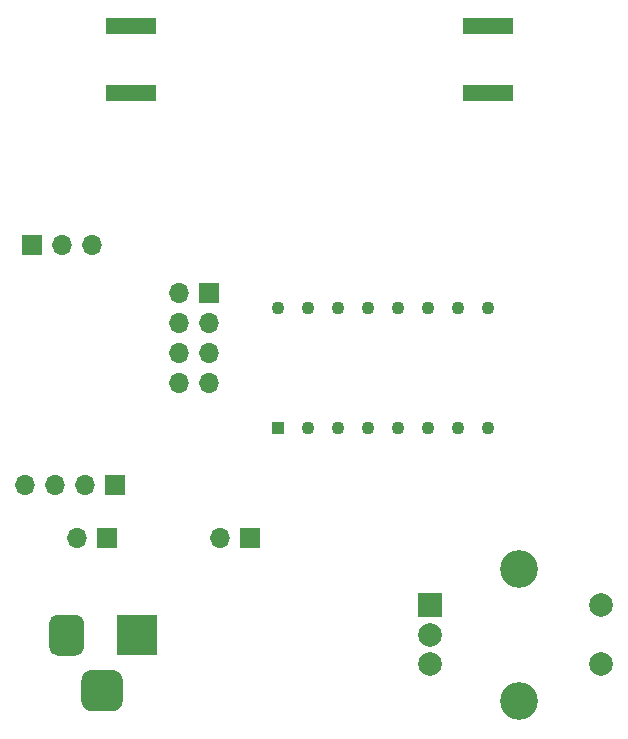
<source format=gbs>
G04 #@! TF.GenerationSoftware,KiCad,Pcbnew,(5.1.10)-1*
G04 #@! TF.CreationDate,2021-09-22T21:53:00-04:00*
G04 #@! TF.ProjectId,rf-vga,72662d76-6761-42e6-9b69-6361645f7063,rev?*
G04 #@! TF.SameCoordinates,Original*
G04 #@! TF.FileFunction,Soldermask,Bot*
G04 #@! TF.FilePolarity,Negative*
%FSLAX46Y46*%
G04 Gerber Fmt 4.6, Leading zero omitted, Abs format (unit mm)*
G04 Created by KiCad (PCBNEW (5.1.10)-1) date 2021-09-22 21:53:00*
%MOMM*%
%LPD*%
G01*
G04 APERTURE LIST*
%ADD10O,1.700000X1.700000*%
%ADD11R,1.700000X1.700000*%
%ADD12R,3.500000X3.500000*%
%ADD13R,2.000000X2.000000*%
%ADD14C,2.000000*%
%ADD15C,3.200000*%
%ADD16R,4.200000X1.350000*%
%ADD17C,1.100000*%
%ADD18R,1.100000X1.100000*%
G04 APERTURE END LIST*
D10*
X180086000Y-105664000D03*
X182626000Y-105664000D03*
X180086000Y-103124000D03*
X182626000Y-103124000D03*
X180086000Y-100584000D03*
X182626000Y-100584000D03*
X180086000Y-98044000D03*
D11*
X182626000Y-98044000D03*
G36*
G01*
X171780000Y-132575000D02*
X171780000Y-130825000D01*
G75*
G02*
X172655000Y-129950000I875000J0D01*
G01*
X174405000Y-129950000D01*
G75*
G02*
X175280000Y-130825000I0J-875000D01*
G01*
X175280000Y-132575000D01*
G75*
G02*
X174405000Y-133450000I-875000J0D01*
G01*
X172655000Y-133450000D01*
G75*
G02*
X171780000Y-132575000I0J875000D01*
G01*
G37*
G36*
G01*
X169030000Y-128000000D02*
X169030000Y-126000000D01*
G75*
G02*
X169780000Y-125250000I750000J0D01*
G01*
X171280000Y-125250000D01*
G75*
G02*
X172030000Y-126000000I0J-750000D01*
G01*
X172030000Y-128000000D01*
G75*
G02*
X171280000Y-128750000I-750000J0D01*
G01*
X169780000Y-128750000D01*
G75*
G02*
X169030000Y-128000000I0J750000D01*
G01*
G37*
D12*
X176530000Y-127000000D03*
D13*
X201295000Y-124460000D03*
D14*
X201295000Y-126960000D03*
X201295000Y-129460000D03*
D15*
X208795000Y-121360000D03*
X208795000Y-132560000D03*
D14*
X215795000Y-124460000D03*
X215795000Y-129460000D03*
D10*
X183515000Y-118745000D03*
D11*
X186055000Y-118745000D03*
D10*
X171450000Y-118745000D03*
D11*
X173990000Y-118745000D03*
D16*
X206248000Y-75407000D03*
X206248000Y-81057000D03*
X175968000Y-81057000D03*
X175968000Y-75407000D03*
D10*
X167005000Y-114300000D03*
X169545000Y-114300000D03*
X172085000Y-114300000D03*
D11*
X174625000Y-114300000D03*
D10*
X172720000Y-93980000D03*
X170180000Y-93980000D03*
D11*
X167640000Y-93980000D03*
D17*
X188468000Y-99314000D03*
X191008000Y-99314000D03*
X193548000Y-99314000D03*
X196088000Y-99314000D03*
X198628000Y-99314000D03*
X201168000Y-99314000D03*
X203708000Y-99314000D03*
X206248000Y-99314000D03*
X206248000Y-109474000D03*
X203708000Y-109474000D03*
X201168000Y-109474000D03*
X198628000Y-109474000D03*
X196088000Y-109474000D03*
X193548000Y-109474000D03*
X191008000Y-109474000D03*
D18*
X188468000Y-109474000D03*
M02*

</source>
